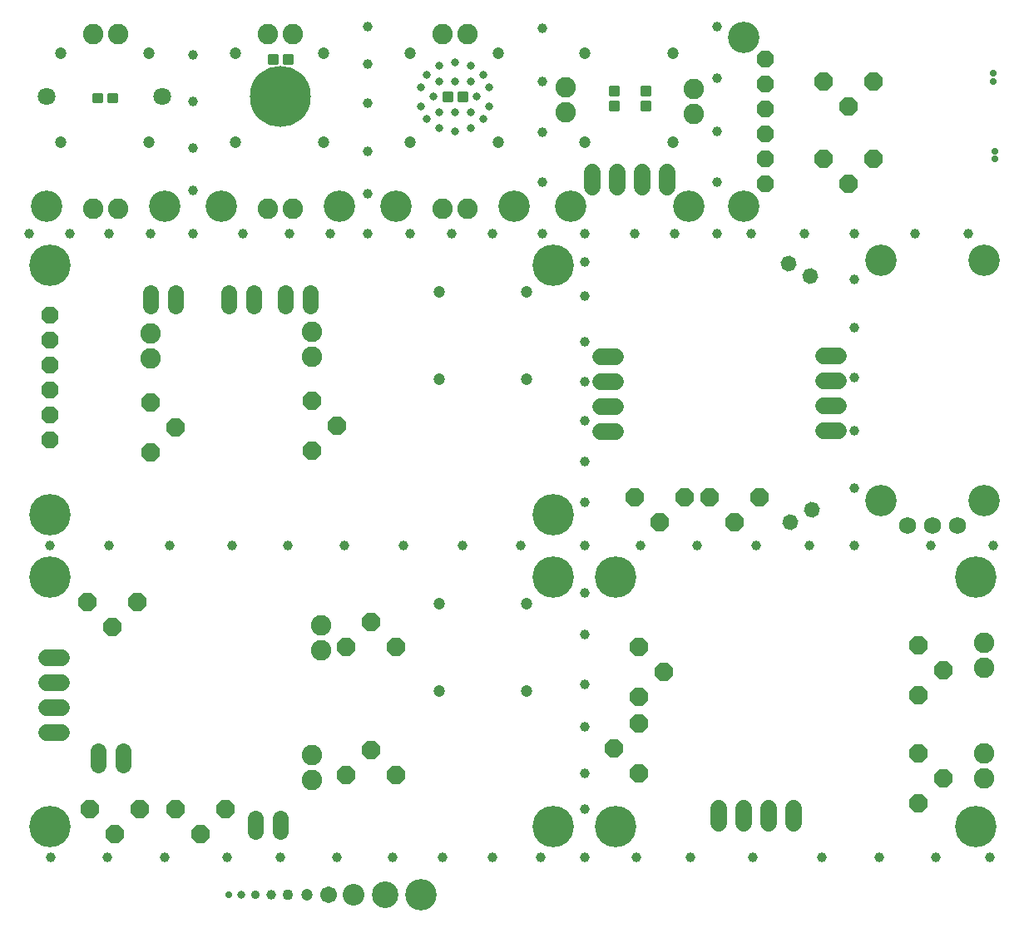
<source format=gbr>
G04 EAGLE Gerber RS-274X export*
G75*
%MOMM*%
%FSLAX34Y34*%
%LPD*%
%INSoldermask Bottom*%
%IPPOS*%
%AMOC8*
5,1,8,0,0,1.08239X$1,22.5*%
G01*
%ADD10C,1.203200*%
%ADD11C,3.203200*%
%ADD12C,6.203200*%
%ADD13C,0.803200*%
%ADD14C,0.703200*%
%ADD15C,1.003200*%
%ADD16C,0.903200*%
%ADD17C,1.103200*%
%ADD18C,1.703200*%
%ADD19C,2.203200*%
%ADD20C,2.703200*%
%ADD21C,2.082800*%
%ADD22P,1.869504X8X202.500000*%
%ADD23C,1.625600*%
%ADD24P,2.034460X8X22.500000*%
%ADD25P,2.034460X8X202.500000*%
%ADD26P,2.034460X8X292.500000*%
%ADD27C,0.425956*%
%ADD28C,1.727200*%
%ADD29P,1.649562X8X82.500000*%
%ADD30P,1.649562X8X322.500000*%
%ADD31C,1.803200*%
%ADD32P,2.034460X8X112.500000*%
%ADD33C,1.727200*%
%ADD34C,4.219200*%


D10*
X39600Y961650D03*
X129600Y871650D03*
X129600Y961650D03*
X39600Y871650D03*
X217400Y961650D03*
X217400Y871650D03*
X307400Y961650D03*
X307400Y871650D03*
X395200Y961650D03*
X395200Y871650D03*
X485200Y961650D03*
X485200Y871650D03*
D11*
X25400Y806450D03*
X146050Y806450D03*
X203200Y806450D03*
X323850Y806450D03*
X381000Y806450D03*
X501650Y806450D03*
D12*
X263525Y917575D03*
D13*
X406400Y927100D03*
X419100Y917575D03*
X406400Y908050D03*
X412750Y895350D03*
X425450Y901700D03*
X425450Y885825D03*
X441325Y882650D03*
X441325Y901700D03*
X457200Y901700D03*
X457200Y885825D03*
X469900Y895350D03*
X476250Y908050D03*
X463550Y917575D03*
X476250Y927100D03*
X469900Y939800D03*
X457200Y933450D03*
X441325Y933450D03*
X425450Y933450D03*
X412750Y939800D03*
X425450Y949325D03*
X441325Y952500D03*
X457200Y949325D03*
D10*
X425363Y630350D03*
X514263Y630350D03*
X514263Y719250D03*
X425363Y719250D03*
X514263Y312850D03*
X514263Y401750D03*
X425363Y312850D03*
X425363Y401750D03*
D11*
X558800Y806450D03*
X679450Y806450D03*
D10*
X573000Y961650D03*
X573000Y871650D03*
X663000Y961650D03*
X663000Y871650D03*
D11*
X735013Y977900D03*
X735013Y806450D03*
D14*
X989013Y941388D03*
X990600Y854075D03*
X990600Y862013D03*
X989013Y933450D03*
D15*
X28575Y460375D03*
X88900Y460375D03*
X150813Y460375D03*
X214313Y460375D03*
X271463Y460375D03*
X328613Y460375D03*
X388938Y460375D03*
X449263Y460375D03*
X508000Y460375D03*
X573088Y460375D03*
X630238Y460375D03*
X687388Y460375D03*
X747713Y460375D03*
X801688Y460375D03*
X847725Y460375D03*
X925513Y460375D03*
X989013Y460375D03*
X847725Y519113D03*
X847725Y577850D03*
X847725Y631825D03*
X847725Y682625D03*
X847725Y731838D03*
X847725Y777875D03*
X796925Y777875D03*
X909638Y777875D03*
X963613Y777875D03*
X742950Y777875D03*
X708025Y777875D03*
X708025Y830263D03*
X708025Y882650D03*
X708025Y936625D03*
X708025Y989013D03*
X530225Y987425D03*
X530225Y933450D03*
X530225Y881063D03*
X530225Y830263D03*
X530225Y777875D03*
X573088Y777875D03*
X623888Y777875D03*
X665163Y777875D03*
X479425Y777875D03*
X438150Y777875D03*
X395288Y777875D03*
X352425Y777875D03*
X352425Y819150D03*
X352425Y862013D03*
X352425Y911225D03*
X352425Y950913D03*
X352425Y989013D03*
X314325Y777875D03*
X273050Y777875D03*
X225425Y777875D03*
X174625Y777875D03*
X174625Y822325D03*
X174625Y865188D03*
X174625Y912813D03*
X174625Y960438D03*
X131763Y777875D03*
X88900Y777875D03*
X49213Y777875D03*
X7938Y777875D03*
X573088Y504825D03*
X573088Y546100D03*
X573088Y587375D03*
X573088Y627063D03*
X573088Y668338D03*
X573088Y714375D03*
X573088Y749300D03*
X573088Y412750D03*
X573088Y369888D03*
X573088Y319088D03*
X573088Y276225D03*
X573088Y228600D03*
X573088Y192088D03*
X573088Y142875D03*
D11*
X874713Y750888D03*
X979488Y750888D03*
X874713Y506413D03*
X979488Y506413D03*
D15*
X528638Y142875D03*
X479425Y142875D03*
X428625Y142875D03*
X377825Y142875D03*
X320675Y142875D03*
X263525Y142875D03*
X209550Y142875D03*
X146050Y142875D03*
X87313Y142875D03*
X30163Y142875D03*
X625475Y142875D03*
X681038Y142875D03*
X744538Y142875D03*
X814388Y142875D03*
X873125Y142875D03*
X930275Y142875D03*
X985838Y142875D03*
D14*
X211138Y104775D03*
D13*
X223838Y104775D03*
D16*
X238125Y104775D03*
D15*
X254000Y104775D03*
D17*
X271463Y104775D03*
D10*
X290513Y104775D03*
D18*
X312738Y104775D03*
D19*
X338138Y104775D03*
D20*
X369888Y104775D03*
D11*
X406400Y104775D03*
D21*
X295275Y677863D03*
X295275Y652463D03*
X131763Y676275D03*
X131763Y650875D03*
X295275Y222250D03*
X295275Y247650D03*
X304800Y354013D03*
X304800Y379413D03*
D22*
X28575Y568325D03*
X28575Y593725D03*
X28575Y619125D03*
X28575Y644525D03*
X28575Y669925D03*
X28575Y695325D03*
D23*
X263525Y183325D02*
X263525Y169101D01*
X238125Y169101D02*
X238125Y183325D01*
X268288Y704088D02*
X268288Y718312D01*
X293688Y718312D02*
X293688Y704088D01*
X131763Y704088D02*
X131763Y718312D01*
X157163Y718312D02*
X157163Y704088D01*
X236538Y704088D02*
X236538Y718312D01*
X211138Y718312D02*
X211138Y704088D01*
X77788Y251587D02*
X77788Y237363D01*
X103188Y237363D02*
X103188Y251587D01*
D24*
X381000Y357188D03*
X330200Y357188D03*
X355600Y382588D03*
D25*
X157163Y192088D03*
X207963Y192088D03*
X182563Y166688D03*
X69850Y192088D03*
X120650Y192088D03*
X95250Y166688D03*
X66675Y403225D03*
X117475Y403225D03*
X92075Y377825D03*
D26*
X131763Y555625D03*
X131763Y606425D03*
X157163Y581025D03*
X295275Y557213D03*
X295275Y608013D03*
X320675Y582613D03*
D24*
X381000Y227013D03*
X330200Y227013D03*
X355600Y252413D03*
D21*
X276225Y803275D03*
X250825Y803275D03*
X250825Y981075D03*
X276225Y981075D03*
X98425Y803275D03*
X73025Y803275D03*
X73025Y981075D03*
X98425Y981075D03*
X428625Y981075D03*
X454025Y981075D03*
X454025Y803275D03*
X428625Y803275D03*
D27*
X95551Y919981D02*
X88889Y919981D01*
X95551Y919981D02*
X95551Y913319D01*
X88889Y913319D01*
X88889Y919981D01*
X88889Y917366D02*
X95551Y917366D01*
X80311Y919981D02*
X73649Y919981D01*
X80311Y919981D02*
X80311Y913319D01*
X73649Y913319D01*
X73649Y919981D01*
X73649Y917366D02*
X80311Y917366D01*
X430374Y914244D02*
X437036Y914244D01*
X430374Y914244D02*
X430374Y920906D01*
X437036Y920906D01*
X437036Y914244D01*
X437036Y918291D02*
X430374Y918291D01*
X445614Y914244D02*
X452276Y914244D01*
X445614Y914244D02*
X445614Y920906D01*
X452276Y920906D01*
X452276Y914244D01*
X452276Y918291D02*
X445614Y918291D01*
X274476Y959006D02*
X267814Y959006D01*
X274476Y959006D02*
X274476Y952344D01*
X267814Y952344D01*
X267814Y959006D01*
X267814Y956391D02*
X274476Y956391D01*
X259236Y959006D02*
X252574Y959006D01*
X259236Y959006D02*
X259236Y952344D01*
X252574Y952344D01*
X252574Y959006D01*
X252574Y956391D02*
X259236Y956391D01*
D28*
X40958Y269875D02*
X25718Y269875D01*
X25718Y295275D02*
X40958Y295275D01*
X40958Y320675D02*
X25718Y320675D01*
X25718Y346075D02*
X40958Y346075D01*
X581025Y825818D02*
X581025Y841058D01*
X606425Y841058D02*
X606425Y825818D01*
X631825Y825818D02*
X631825Y841058D01*
X657225Y841058D02*
X657225Y825818D01*
D27*
X638331Y905037D02*
X638331Y911699D01*
X638331Y905037D02*
X631669Y905037D01*
X631669Y911699D01*
X638331Y911699D01*
X638331Y909084D02*
X631669Y909084D01*
X638331Y920277D02*
X638331Y926939D01*
X638331Y920277D02*
X631669Y920277D01*
X631669Y926939D01*
X638331Y926939D01*
X638331Y924324D02*
X631669Y924324D01*
X599919Y926939D02*
X599919Y920277D01*
X599919Y926939D02*
X606581Y926939D01*
X606581Y920277D01*
X599919Y920277D01*
X599919Y924324D02*
X606581Y924324D01*
X599919Y911699D02*
X599919Y905037D01*
X599919Y911699D02*
X606581Y911699D01*
X606581Y905037D01*
X599919Y905037D01*
X599919Y909084D02*
X606581Y909084D01*
D21*
X684213Y900113D03*
X684213Y925513D03*
X554038Y927100D03*
X554038Y901700D03*
D25*
X815975Y854075D03*
X866775Y854075D03*
X841375Y828675D03*
X815975Y933450D03*
X866775Y933450D03*
X841375Y908050D03*
D22*
X757238Y828675D03*
X757238Y854075D03*
X757238Y879475D03*
X757238Y904875D03*
X757238Y930275D03*
X757238Y955675D03*
D29*
X803161Y735013D03*
X781164Y747713D03*
D30*
X782752Y484188D03*
X804749Y496888D03*
D28*
X816293Y654050D02*
X831533Y654050D01*
X831533Y628650D02*
X816293Y628650D01*
X816293Y603250D02*
X831533Y603250D01*
X831533Y577850D02*
X816293Y577850D01*
X604520Y652463D02*
X589280Y652463D01*
X589280Y627063D02*
X604520Y627063D01*
X604520Y601663D02*
X589280Y601663D01*
X589280Y576263D02*
X604520Y576263D01*
D25*
X623888Y509588D03*
X674688Y509588D03*
X649288Y484188D03*
X700088Y509588D03*
X750888Y509588D03*
X725488Y484188D03*
D31*
X25400Y917575D03*
X142875Y917575D03*
D21*
X979488Y336550D03*
X979488Y361950D03*
X979488Y249238D03*
X979488Y223838D03*
D26*
X912813Y198438D03*
X912813Y249238D03*
X938213Y223838D03*
X912813Y307975D03*
X912813Y358775D03*
X938213Y333375D03*
D32*
X628650Y279400D03*
X628650Y228600D03*
X603250Y254000D03*
D26*
X628650Y306388D03*
X628650Y357188D03*
X654050Y331788D03*
D28*
X709613Y193358D02*
X709613Y178118D01*
X735013Y178118D02*
X735013Y193358D01*
X760413Y193358D02*
X760413Y178118D01*
X785813Y178118D02*
X785813Y193358D01*
D33*
X901700Y481013D03*
X927100Y481013D03*
X952500Y481013D03*
D34*
X28575Y746125D03*
X541338Y746125D03*
X28575Y492125D03*
X541338Y492125D03*
X28575Y428625D03*
X541338Y428625D03*
X28575Y174625D03*
X541338Y174625D03*
X604838Y428625D03*
X971550Y428625D03*
X604838Y174625D03*
X971550Y174625D03*
M02*

</source>
